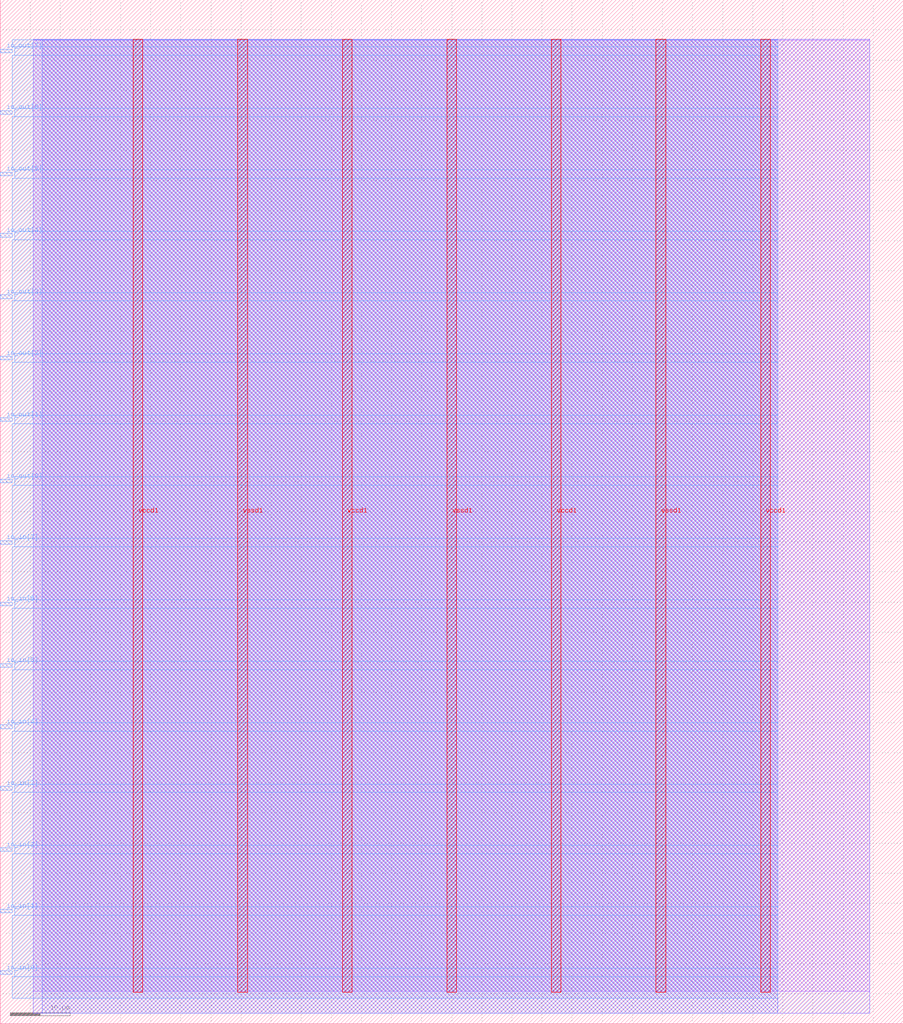
<source format=lef>
VERSION 5.7 ;
  NOWIREEXTENSIONATPIN ON ;
  DIVIDERCHAR "/" ;
  BUSBITCHARS "[]" ;
MACRO hex_sr
  CLASS BLOCK ;
  FOREIGN hex_sr ;
  ORIGIN 0.000 0.000 ;
  SIZE 150.000 BY 170.000 ;
  PIN io_in[0]
    DIRECTION INPUT ;
    USE SIGNAL ;
    PORT
      LAYER met3 ;
        RECT 0.000 8.200 2.000 8.800 ;
    END
  END io_in[0]
  PIN io_in[1]
    DIRECTION INPUT ;
    USE SIGNAL ;
    PORT
      LAYER met3 ;
        RECT 0.000 18.400 2.000 19.000 ;
    END
  END io_in[1]
  PIN io_in[2]
    DIRECTION INPUT ;
    USE SIGNAL ;
    PORT
      LAYER met3 ;
        RECT 0.000 28.600 2.000 29.200 ;
    END
  END io_in[2]
  PIN io_in[3]
    DIRECTION INPUT ;
    USE SIGNAL ;
    PORT
      LAYER met3 ;
        RECT 0.000 38.800 2.000 39.400 ;
    END
  END io_in[3]
  PIN io_in[4]
    DIRECTION INPUT ;
    USE SIGNAL ;
    PORT
      LAYER met3 ;
        RECT 0.000 49.000 2.000 49.600 ;
    END
  END io_in[4]
  PIN io_in[5]
    DIRECTION INPUT ;
    USE SIGNAL ;
    PORT
      LAYER met3 ;
        RECT 0.000 59.200 2.000 59.800 ;
    END
  END io_in[5]
  PIN io_in[6]
    DIRECTION INPUT ;
    USE SIGNAL ;
    PORT
      LAYER met3 ;
        RECT 0.000 69.400 2.000 70.000 ;
    END
  END io_in[6]
  PIN io_in[7]
    DIRECTION INPUT ;
    USE SIGNAL ;
    PORT
      LAYER met3 ;
        RECT 0.000 79.600 2.000 80.200 ;
    END
  END io_in[7]
  PIN io_out[0]
    DIRECTION OUTPUT TRISTATE ;
    USE SIGNAL ;
    PORT
      LAYER met3 ;
        RECT 0.000 89.800 2.000 90.400 ;
    END
  END io_out[0]
  PIN io_out[1]
    DIRECTION OUTPUT TRISTATE ;
    USE SIGNAL ;
    PORT
      LAYER met3 ;
        RECT 0.000 100.000 2.000 100.600 ;
    END
  END io_out[1]
  PIN io_out[2]
    DIRECTION OUTPUT TRISTATE ;
    USE SIGNAL ;
    PORT
      LAYER met3 ;
        RECT 0.000 110.200 2.000 110.800 ;
    END
  END io_out[2]
  PIN io_out[3]
    DIRECTION OUTPUT TRISTATE ;
    USE SIGNAL ;
    PORT
      LAYER met3 ;
        RECT 0.000 120.400 2.000 121.000 ;
    END
  END io_out[3]
  PIN io_out[4]
    DIRECTION OUTPUT TRISTATE ;
    USE SIGNAL ;
    PORT
      LAYER met3 ;
        RECT 0.000 130.600 2.000 131.200 ;
    END
  END io_out[4]
  PIN io_out[5]
    DIRECTION OUTPUT TRISTATE ;
    USE SIGNAL ;
    PORT
      LAYER met3 ;
        RECT 0.000 140.800 2.000 141.400 ;
    END
  END io_out[5]
  PIN io_out[6]
    DIRECTION OUTPUT TRISTATE ;
    USE SIGNAL ;
    PORT
      LAYER met3 ;
        RECT 0.000 151.000 2.000 151.600 ;
    END
  END io_out[6]
  PIN io_out[7]
    DIRECTION OUTPUT TRISTATE ;
    USE SIGNAL ;
    PORT
      LAYER met3 ;
        RECT 0.000 161.200 2.000 161.800 ;
    END
  END io_out[7]
  PIN vccd1
    DIRECTION INOUT ;
    USE POWER ;
    PORT
      LAYER met4 ;
        RECT 22.090 5.200 23.690 163.440 ;
    END
    PORT
      LAYER met4 ;
        RECT 56.830 5.200 58.430 163.440 ;
    END
    PORT
      LAYER met4 ;
        RECT 91.570 5.200 93.170 163.440 ;
    END
    PORT
      LAYER met4 ;
        RECT 126.310 5.200 127.910 163.440 ;
    END
  END vccd1
  PIN vssd1
    DIRECTION INOUT ;
    USE GROUND ;
    PORT
      LAYER met4 ;
        RECT 39.460 5.200 41.060 163.440 ;
    END
    PORT
      LAYER met4 ;
        RECT 74.200 5.200 75.800 163.440 ;
    END
    PORT
      LAYER met4 ;
        RECT 108.940 5.200 110.540 163.440 ;
    END
  END vssd1
  OBS
      LAYER li1 ;
        RECT 5.520 5.355 144.440 163.285 ;
      LAYER met1 ;
        RECT 5.520 1.740 144.440 163.440 ;
      LAYER met2 ;
        RECT 7.000 1.710 129.170 163.385 ;
      LAYER met3 ;
        RECT 2.000 162.200 129.195 163.365 ;
        RECT 2.400 160.800 129.195 162.200 ;
        RECT 2.000 152.000 129.195 160.800 ;
        RECT 2.400 150.600 129.195 152.000 ;
        RECT 2.000 141.800 129.195 150.600 ;
        RECT 2.400 140.400 129.195 141.800 ;
        RECT 2.000 131.600 129.195 140.400 ;
        RECT 2.400 130.200 129.195 131.600 ;
        RECT 2.000 121.400 129.195 130.200 ;
        RECT 2.400 120.000 129.195 121.400 ;
        RECT 2.000 111.200 129.195 120.000 ;
        RECT 2.400 109.800 129.195 111.200 ;
        RECT 2.000 101.000 129.195 109.800 ;
        RECT 2.400 99.600 129.195 101.000 ;
        RECT 2.000 90.800 129.195 99.600 ;
        RECT 2.400 89.400 129.195 90.800 ;
        RECT 2.000 80.600 129.195 89.400 ;
        RECT 2.400 79.200 129.195 80.600 ;
        RECT 2.000 70.400 129.195 79.200 ;
        RECT 2.400 69.000 129.195 70.400 ;
        RECT 2.000 60.200 129.195 69.000 ;
        RECT 2.400 58.800 129.195 60.200 ;
        RECT 2.000 50.000 129.195 58.800 ;
        RECT 2.400 48.600 129.195 50.000 ;
        RECT 2.000 39.800 129.195 48.600 ;
        RECT 2.400 38.400 129.195 39.800 ;
        RECT 2.000 29.600 129.195 38.400 ;
        RECT 2.400 28.200 129.195 29.600 ;
        RECT 2.000 19.400 129.195 28.200 ;
        RECT 2.400 18.000 129.195 19.400 ;
        RECT 2.000 9.200 129.195 18.000 ;
        RECT 2.400 7.800 129.195 9.200 ;
        RECT 2.000 4.255 129.195 7.800 ;
  END
END hex_sr
END LIBRARY


</source>
